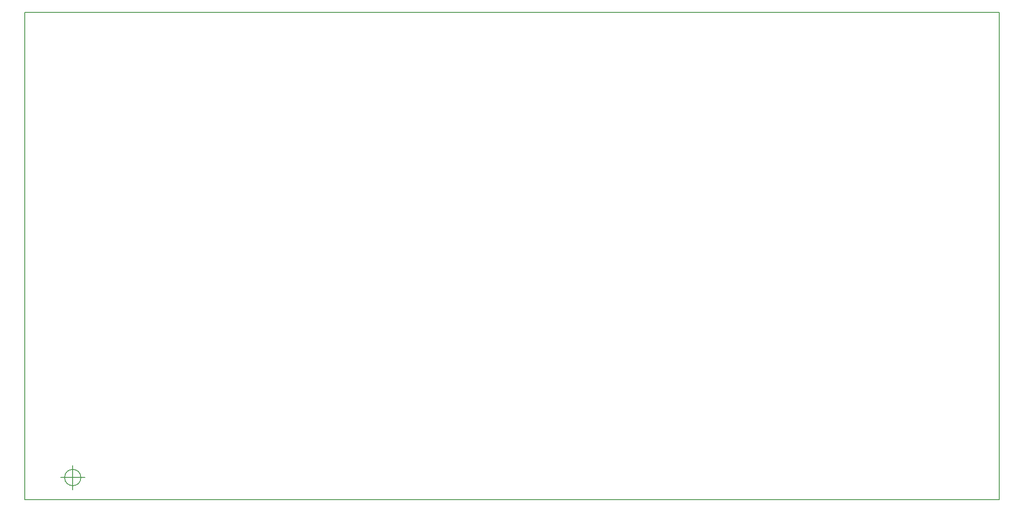
<source format=gm1>
G04 #@! TF.FileFunction,Profile,NP*
%FSLAX46Y46*%
G04 Gerber Fmt 4.6, Leading zero omitted, Abs format (unit mm)*
G04 Created by KiCad (PCBNEW 4.0.2-stable) date 04/04/2016 13:36:00*
%MOMM*%
G01*
G04 APERTURE LIST*
%ADD10C,0.100000*%
%ADD11C,0.150000*%
G04 APERTURE END LIST*
D10*
D11*
X29516666Y52500000D02*
G75*
G03X29516666Y52500000I-1666666J0D01*
G01*
X25350000Y52500000D02*
X30350000Y52500000D01*
X27850000Y55000000D02*
X27850000Y50000000D01*
X18000000Y48000000D02*
X18000000Y148000000D01*
X218000000Y48000000D02*
X18000000Y48000000D01*
X218000000Y148000000D02*
X218000000Y48000000D01*
X18000000Y148000000D02*
X218000000Y148000000D01*
M02*

</source>
